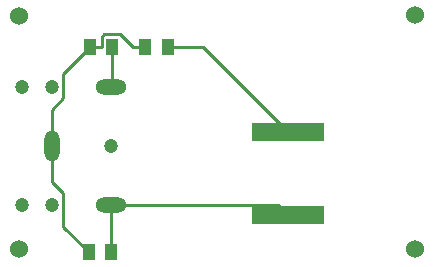
<source format=gtl>
G04*
G04 #@! TF.GenerationSoftware,Altium Limited,Altium Designer,18.1.9 (240)*
G04*
G04 Layer_Physical_Order=1*
G04 Layer_Color=255*
%FSLAX25Y25*%
%MOIN*%
G70*
G01*
G75*
%ADD13C,0.01000*%
%ADD14R,0.04000X0.05500*%
%ADD21R,0.24016X0.06299*%
%ADD22C,0.06000*%
%ADD23O,0.05150X0.10299*%
%ADD24O,0.10299X0.05150*%
%ADD25C,0.04724*%
D13*
X173315Y331000D02*
Y342961D01*
X177177Y346823D01*
Y355077D01*
X186100Y364000D01*
X173315Y319039D02*
Y331000D01*
Y319039D02*
X177177Y315177D01*
Y303923D02*
Y315177D01*
Y303923D02*
X185600Y295500D01*
X193000D02*
Y311315D01*
X248685D02*
X252000Y308000D01*
X193000Y311315D02*
X248685D01*
X223559Y364000D02*
X252000Y335559D01*
X211900Y364000D02*
X223559D01*
X193000Y350685D02*
X193500Y351185D01*
Y364000D01*
X200371D02*
X204500D01*
X196121Y368250D02*
X200371Y364000D01*
X190879Y368250D02*
X196121D01*
X190000Y367371D02*
X190879Y368250D01*
X190000Y364000D02*
Y367371D01*
X186100Y364000D02*
X190000D01*
X246641Y335559D02*
X250500D01*
D14*
X204500Y364000D02*
D03*
X211900D02*
D03*
X193500D02*
D03*
X186100D02*
D03*
X185600Y295500D02*
D03*
X193000D02*
D03*
D21*
X252000Y308000D02*
D03*
Y335559D02*
D03*
D22*
X162500Y374250D02*
D03*
X294500Y374500D02*
D03*
Y296500D02*
D03*
X162500D02*
D03*
D23*
X173315Y331000D02*
D03*
D24*
X193000Y311315D02*
D03*
Y350685D02*
D03*
D25*
X163472D02*
D03*
X173315D02*
D03*
X193000Y331000D02*
D03*
X163472Y311315D02*
D03*
X173315D02*
D03*
M02*

</source>
